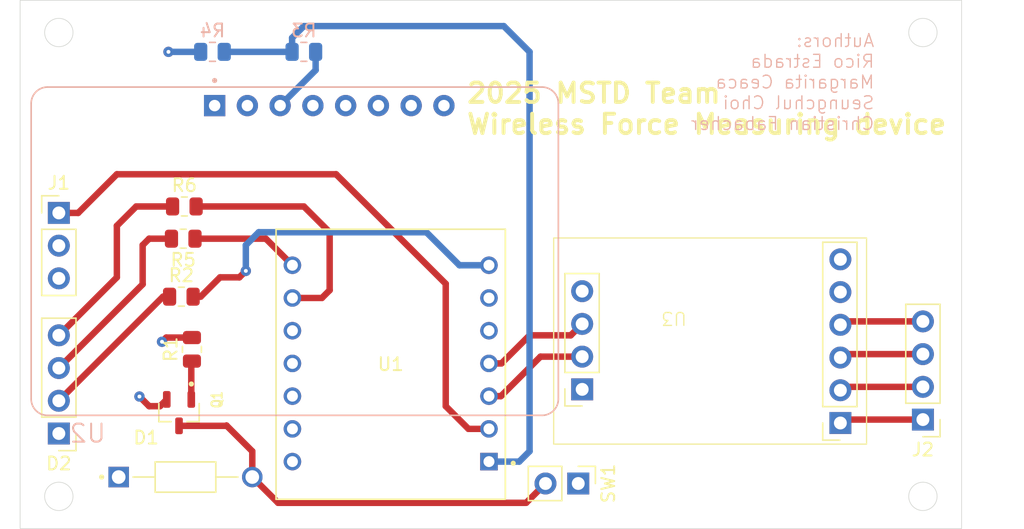
<source format=kicad_pcb>
(kicad_pcb (version 20241229) (generator "pcbnew") (generator_version "9.0")
  (layers (0 "F.Cu" signal) (4 "In1.Cu" signal) (6 "In2.Cu" signal) (2 "B.Cu" signal) (13 "F.Paste" user) (15 "B.Paste" user) (5 "F.SilkS" user "F.Silkscreen") (7 "B.SilkS" user "B.Silkscreen") (1 "F.Mask" user) (3 "B.Mask" user) (25 "Edge.Cuts" user))
  (net 0 "")
  (net 1 "/3.3V")
  (net 2 "Net-(SW1-B)")
  (net 3 "GND")
  (net 4 "/ENV")
  (net 7 "Net-(J2-Pin_2)")
  (net 8 "Net-(J2-Pin_3)")
  (net 9 "Net-(J2-Pin_1)")
  (net 11 "Net-(J2-Pin_4)")
  (net 13 "Net-(Q1-Pad1)")
  (net 14 "Net-(U1-D3)")
  (net 15 "/Vref")
  (net 16 "/5V")
  (net 17 "/LED_Blue")
  (net 18 "Net-(D2-BK)")
  (net 19 "Net-(U1-D2)")
  (net 20 "/LED_Red")
  (net 21 "/LED_Green")
  (net 22 "/Vin")
  (net 23 "Net-(U2-BAT)")
  (net 24 "Net-(D2-GK)")
  (net 25 "Net-(D2-RK)")
  (footprint "HX711:Untitled" (layer "F.Cu") (at 140.6 99.855 180)
    (property "Reference" "U3" (at -8.6 9.67 180) (layer "F.SilkS") (effects (font (thickness 0.1))))
    (property "Value" "~")
    (fp_line (start -0.14 13.15) (end -2.8 13.15) (stroke (width 0.12)) (layer "F.SilkS"))
    (fp_line (start -0.14 5.47) (end -0.14 13.15) (stroke (width 0.12)) (layer "F.SilkS"))
    (fp_line (start -0.14 5.47) (end -2.8 5.47) (stroke (width 0.12)) (layer "F.SilkS"))
    (fp_line (start -0.14 4.2) (end -0.14 2.87) (stroke (width 0.12)) (layer "F.SilkS"))
    (fp_line (start -0.14 2.87) (end -1.47 2.87) (stroke (width 0.12)) (layer "F.SilkS"))
    (fp_line (start -2.8 5.47) (end -2.8 13.15) (stroke (width 0.12)) (layer "F.SilkS"))
    (fp_line (start -20.13 15.58) (end -22.79 15.58) (stroke (width 0.12)) (layer "F.SilkS"))
    (fp_line (start -20.13 2.82) (end -20.13 15.58) (stroke (width 0.12)) (layer "F.SilkS"))
    (fp_line (start -20.13 2.82) (end -22.79 2.82) (stroke (width 0.12)) (layer "F.SilkS"))
    (fp_line (start -20.13 1.55) (end -20.13 0.22) (stroke (width 0.12)) (layer "F.SilkS"))
    (fp_line (start -20.13 0.22) (end -21.46 0.22) (stroke (width 0.12)) (layer "F.SilkS"))
    (fp_line (start -22.79 2.82) (end -22.79 15.58) (stroke (width 0.12)) (layer "F.SilkS"))
    (fp_rect (start 0.73 15.91) (end -23.53 -0.09) (stroke (width 0.1)) (fill no) (layer "F.SilkS"))
    (pad "1" thru_hole rect (at -21.5 1.55 180) (size 1.7 1.7) (drill 1) (layers "*.Cu" "*.Mask") (net 9 "Net-(J2-Pin_1)"))
    (pad "2" thru_hole oval (at -21.5 4.09 180) (size 1.7 1.7) (drill 1) (layers "*.Cu" "*.Mask") (net 7 "Net-(J2-Pin_2)"))
    (pad "3" thru_hole oval (at -21.5 6.63 180) (size 1.7 1.7) (drill 1) (layers "*.Cu" "*.Mask") (net 8 "Net-(J2-Pin_3)"))
    (pad "4" thru_hole oval (at -21.5 9.17 180) (size 1.7 1.7) (drill 1) (layers "*.Cu" "*.Mask") (net 11 "Net-(J2-Pin_4)"))
    (pad "5" thru_hole oval (at -21.5 11.71 180) (size 1.7 1.7) (drill 1) (layers "*.Cu" "*.Mask"))
    (pad "6" thru_hole oval (at -21.5 14.25 180) (size 1.7 1.7) (drill 1) (layers "*.Cu" "*.Mask"))
    (pad "7" thru_hole rect (at -1.48 4.16 180) (size 1.7 1.7) (drill 1) (layers "*.Cu" "*.Mask") (net 3 "GND"))
    (pad "8" thru_hole oval (at -1.48 6.7 180) (size 1.7 1.7) (drill 1) (layers "*.Cu" "*.Mask") (net 19 "Net-(U1-D2)"))
    (pad "9" thru_hole oval (at -1.48 9.24 180) (size 1.7 1.7) (drill 1) (layers "*.Cu" "*.Mask") (net 14 "Net-(U1-D3)"))
    (pad "10" thru_hole oval (at -1.48 11.78 180) (size 1.7 1.7) (drill 1) (layers "*.Cu" "*.Mask") (net 1 "/3.3V"))
  )
  (footprint "Connector_PinHeader_2.54mm:PinHeader_1x03_P2.54mm_Vertical" (layer "F.Cu") (at 101.5 82)
    (property "Reference" "J1" (at 0 -2.33 0) (layer "F.SilkS"))
    (property "Value" "EMG")
    (fp_line (start -1.33 -1.33) (end 0 -1.33) (stroke (width 0.12)) (layer "F.SilkS"))
    (fp_line (start -1.33 0) (end -1.33 -1.33) (stroke (width 0.12)) (layer "F.SilkS"))
    (fp_line (start -1.33 1.27) (end -1.33 6.41) (stroke (width 0.12)) (layer "F.SilkS"))
    (fp_line (start -1.33 1.27) (end 1.33 1.27) (stroke (width 0.12)) (layer "F.SilkS"))
    (fp_line (start -1.33 6.41) (end 1.33 6.41) (stroke (width 0.12)) (layer "F.SilkS"))
    (fp_line (start 1.33 1.27) (end 1.33 6.41) (stroke (width 0.12)) (layer "F.SilkS"))
    (pad "1" thru_hole rect (at 0 0) (size 1.7 1.7) (drill 1) (layers "*.Cu" "*.Mask") (net 4 "/ENV"))
    (pad "2" thru_hole oval (at 0 2.54) (size 1.7 1.7) (drill 1) (layers "*.Cu" "*.Mask") (net 3 "GND"))
    (pad "3" thru_hole oval (at 0 5.08) (size 1.7 1.7) (drill 1) (layers "*.Cu" "*.Mask") (net 1 "/3.3V"))
  )
  (footprint "Connector_PinHeader_2.54mm:PinHeader_1x02_P2.54mm_Vertical" (layer "F.Cu") (at 141.775 103 -90)
    (property "Reference" "SW1" (at 0 -2.33 90) (layer "F.SilkS"))
    (property "Value" "SW_SPST")
    (fp_line (start -1.33 3.87) (end 1.33 3.87) (stroke (width 0.12)) (layer "F.SilkS"))
    (fp_line (start -1.33 1.27) (end -1.33 3.87) (stroke (width 0.12)) (layer "F.SilkS"))
    (fp_line (start -1.33 1.27) (end 1.33 1.27) (stroke (width 0.12)) (layer "F.SilkS"))
    (fp_line (start 1.33 1.27) (end 1.33 3.87) (stroke (width 0.12)) (layer "F.SilkS"))
    (fp_line (start -1.33 0) (end -1.33 -1.33) (stroke (width 0.12)) (layer "F.SilkS"))
    (fp_line (start -1.33 -1.33) (end 0 -1.33) (stroke (width 0.12)) (layer "F.SilkS"))
    (pad "1" thru_hole rect (at 0 0 270) (size 1.7 1.7) (drill 1) (layers "*.Cu" "*.Mask") (net 22 "/Vin"))
    (pad "2" thru_hole oval (at 0 2.54 270) (size 1.7 1.7) (drill 1) (layers "*.Cu" "*.Mask") (net 2 "Net-(SW1-B)"))
  )
  (footprint "113991054:MODULE_113991054" (layer "F.Cu") (at 127.2325 93.745 180)
    (property "Reference" "U1" (at 0 0 0) (layer "F.SilkS"))
    (property "Value" "nRF52840")
    (fp_line (start 8.89 10.4775) (end -8.89 10.4775) (stroke (width 0.127)) (layer "F.SilkS"))
    (fp_line (start 8.89 -10.4775) (end 8.89 10.4775) (stroke (width 0.127)) (layer "F.SilkS"))
    (fp_line (start -8.89 10.4775) (end -8.89 -10.4775) (stroke (width 0.127)) (layer "F.SilkS"))
    (fp_line (start -8.89 -10.4775) (end 8.89 -10.4775) (stroke (width 0.127)) (layer "F.SilkS"))
    (fp_circle (center -9.5 -7.6835) (end -9.4 -7.6835) (stroke (width 0.2)) (fill no) (layer "F.SilkS"))
    (pad "1" thru_hole rect (at -7.62 -7.5565 180) (size 1.358 1.358) (drill 0.85) (layers "*.Cu" "*.Mask") (net 15 "/Vref"))
    (pad "2" thru_hole circle (at -7.62 -5.0165 180) (size 1.358 1.358) (drill 0.85) (layers "*.Cu" "*.Mask") (net 4 "/ENV"))
    (pad "3" thru_hole circle (at -7.62 -2.4765 180) (size 1.358 1.358) (drill 0.85) (layers "*.Cu" "*.Mask") (net 19 "Net-(U1-D2)"))
    (pad "4" thru_hole circle (at -7.62 0.0635 180) (size 1.358 1.358) (drill 0.85) (layers "*.Cu" "*.Mask") (net 14 "Net-(U1-D3)"))
    (pad "5" thru_hole circle (at -7.62 2.6035 180) (size 1.358 1.358) (drill 0.85) (layers "*.Cu" "*.Mask"))
    (pad "6" thru_hole circle (at -7.62 5.1435 180) (size 1.358 1.358) (drill 0.85) (layers "*.Cu" "*.Mask"))
    (pad "7" thru_hole circle (at -7.62 7.6835 180) (size 1.358 1.358) (drill 0.85) (layers "*.Cu" "*.Mask") (net 20 "/LED_Red"))
    (pad "8" thru_hole circle (at 7.62 7.6835 180) (size 1.358 1.358) (drill 0.85) (layers "*.Cu" "*.Mask") (net 21 "/LED_Green"))
    (pad "9" thru_hole circle (at 7.62 5.1435 180) (size 1.358 1.358) (drill 0.85) (layers "*.Cu" "*.Mask") (net 17 "/LED_Blue"))
    (pad "10" thru_hole circle (at 7.62 2.6035 180) (size 1.358 1.358) (drill 0.85) (layers "*.Cu" "*.Mask"))
    (pad "11" thru_hole circle (at 7.62 0.0635 180) (size 1.358 1.358) (drill 0.85) (layers "*.Cu" "*.Mask"))
    (pad "12" thru_hole circle (at 7.62 -2.4765 180) (size 1.358 1.358) (drill 0.85) (layers "*.Cu" "*.Mask") (net 1 "/3.3V"))
    (pad "13" thru_hole circle (at 7.62 -5.0165 180) (size 1.358 1.358) (drill 0.85) (layers "*.Cu" "*.Mask") (net 3 "GND"))
    (pad "14" thru_hole circle (at 7.62 -7.5565 180) (size 1.358 1.358) (drill 0.85) (layers "*.Cu" "*.Mask") (net 16 "/5V"))
  )
  (footprint "Connector_PinHeader_2.54mm:PinHeader_1x04_P2.54mm_Vertical" (layer "F.Cu") (at 101.5 99.12 180)
    (property "Reference" "D2" (at 0 -2.33 0) (layer "F.SilkS"))
    (property "Value" "LED_ARGB")
    (fp_line (start 1.33 1.27) (end 1.33 8.95) (stroke (width 0.12)) (layer "F.SilkS"))
    (fp_line (start -1.33 8.95) (end 1.33 8.95) (stroke (width 0.12)) (layer "F.SilkS"))
    (fp_line (start -1.33 1.27) (end 1.33 1.27) (stroke (width 0.12)) (layer "F.SilkS"))
    (fp_line (start -1.33 1.27) (end -1.33 8.95) (stroke (width 0.12)) (layer "F.SilkS"))
    (fp_line (start -1.33 0) (end -1.33 -1.33) (stroke (width 0.12)) (layer "F.SilkS"))
    (fp_line (start -1.33 -1.33) (end 0 -1.33) (stroke (width 0.12)) (layer "F.SilkS"))
    (pad "1" thru_hole rect (at 0 0 180) (size 1.7 1.7) (drill 1) (layers "*.Cu" "*.Mask") (net 16 "/5V"))
    (pad "2" thru_hole oval (at 0 2.54 180) (size 1.7 1.7) (drill 1) (layers "*.Cu" "*.Mask") (net 25 "Net-(D2-RK)"))
    (pad "3" thru_hole oval (at 0 5.08 180) (size 1.7 1.7) (drill 1) (layers "*.Cu" "*.Mask") (net 24 "Net-(D2-GK)"))
    (pad "4" thru_hole oval (at 0 7.62 180) (size 1.7 1.7) (drill 1) (layers "*.Cu" "*.Mask") (net 18 "Net-(D2-BK)"))
  )
  (footprint "Connector_PinHeader_2.54mm:PinHeader_1x04_P2.54mm_Vertical" (layer "F.Cu") (at 168.5 98.04 180)
    (property "Reference" "J2" (at 0 -2.33 0) (layer "F.SilkS"))
    (property "Value" "Load Cell Connector")
    (fp_line (start 1.33 1.27) (end 1.33 8.95) (stroke (width 0.12)) (layer "F.SilkS"))
    (fp_line (start -1.33 8.95) (end 1.33 8.95) (stroke (width 0.12)) (layer "F.SilkS"))
    (fp_line (start -1.33 1.27) (end 1.33 1.27) (stroke (width 0.12)) (layer "F.SilkS"))
    (fp_line (start -1.33 1.27) (end -1.33 8.95) (stroke (width 0.12)) (layer "F.SilkS"))
    (fp_line (start -1.33 0) (end -1.33 -1.33) (stroke (width 0.12)) (layer "F.SilkS"))
    (fp_line (start -1.33 -1.33) (end 0 -1.33) (stroke (width 0.12)) (layer "F.SilkS"))
    (pad "1" thru_hole rect (at 0 0 180) (size 1.7 1.7) (drill 1) (layers "*.Cu" "*.Mask") (net 9 "Net-(J2-Pin_1)"))
    (pad "2" thru_hole oval (at 0 2.54 180) (size 1.7 1.7) (drill 1) (layers "*.Cu" "*.Mask") (net 7 "Net-(J2-Pin_2)"))
    (pad "3" thru_hole oval (at 0 5.08 180) (size 1.7 1.7) (drill 1) (layers "*.Cu" "*.Mask") (net 8 "Net-(J2-Pin_3)"))
    (pad "4" thru_hole oval (at 0 7.62 180) (size 1.7 1.7) (drill 1) (layers "*.Cu" "*.Mask") (net 11 "Net-(J2-Pin_4)"))
  )
  (footprint "Resistor_SMD:R_0805_2012Metric" (layer "F.Cu") (at 111.145 84 180)
    (property "Reference" "R5" (at 0 -1.65 0) (layer "F.SilkS"))
    (property "Value" "330")
    (fp_line (start -0.227064 0.735) (end 0.227064 0.735) (stroke (width 0.12)) (layer "F.SilkS"))
    (fp_line (start -0.227064 -0.735) (end 0.227064 -0.735) (stroke (width 0.12)) (layer "F.SilkS"))
    (pad "1" smd roundrect (at -0.9125 0 180) (size 1.025 1.4) (layers "F.Cu" "F.Mask" "F.Paste") (roundrect_rratio 0.243902) (net 21 "/LED_Green"))
    (pad "2" smd roundrect (at 0.9125 0 180) (size 1.025 1.4) (layers "F.Cu" "F.Mask" "F.Paste") (roundrect_rratio 0.243902) (net 24 "Net-(D2-GK)"))
  )
  (footprint "Resistor_SMD:R_0805_2012Metric" (layer "F.Cu") (at 111 88.5)
    (property "Reference" "R2" (at 0 -1.65 0) (layer "F.SilkS"))
    (property "Value" "330")
    (fp_line (start -0.227064 -0.735) (end 0.227064 -0.735) (stroke (width 0.12)) (layer "F.SilkS"))
    (fp_line (start -0.227064 0.735) (end 0.227064 0.735) (stroke (width 0.12)) (layer "F.SilkS"))
    (pad "1" smd roundrect (at -0.9125 0) (size 1.025 1.4) (layers "F.Cu" "F.Mask" "F.Paste") (roundrect_rratio 0.243902) (net 25 "Net-(D2-RK)"))
    (pad "2" smd roundrect (at 0.9125 0) (size 1.025 1.4) (layers "F.Cu" "F.Mask" "F.Paste") (roundrect_rratio 0.243902) (net 20 "/LED_Red"))
  )
  (footprint "1N5819RLG:DIOAD1036W78L470D235" (layer "F.Cu") (at 111.32 102.5)
    (property "Reference" "D1" (at -3.05 -3.06 0) (layer "F.SilkS"))
    (property "Value" "1N5819RLG")
    (fp_line (start -2.35 -1.175) (end -2.35 0) (stroke (width 0.127)) (layer "F.SilkS"))
    (fp_line (start -2.35 0) (end -4.065 0) (stroke (width 0.127)) (layer "F.SilkS"))
    (fp_line (start -2.35 0) (end -2.35 1.175) (stroke (width 0.127)) (layer "F.SilkS"))
    (fp_line (start -2.35 1.175) (end 2.35 1.175) (stroke (width 0.127)) (layer "F.SilkS"))
    (fp_line (start 2.35 -1.175) (end -2.35 -1.175) (stroke (width 0.127)) (layer "F.SilkS"))
    (fp_line (start 2.35 0) (end 2.35 -1.175) (stroke (width 0.127)) (layer "F.SilkS"))
    (fp_line (start 2.35 0) (end 4.065 0) (stroke (width 0.127)) (layer "F.SilkS"))
    (fp_line (start 2.35 1.175) (end 2.35 0) (stroke (width 0.127)) (layer "F.SilkS"))
    (fp_circle (center -6.5 0) (end -6.4 0) (stroke (width 0.2)) (fill no) (layer "F.SilkS"))
    (pad "A" thru_hole circle (at 5.18 0) (size 1.59 1.59) (drill 1.06) (layers "*.Cu" "*.Mask") (net 2 "Net-(SW1-B)"))
    (pad "C" thru_hole rect (at -5.18 0) (size 1.59 1.59) (drill 1.06) (layers "*.Cu" "*.Mask") (net 16 "/5V"))
  )
  (footprint "IRLML6402TRPBF:SOT95P237X112-3N" (layer "F.Cu") (at 110.82 97.5 -90)
    (property "Reference" "Q1" (at -1 -2.9464 90) (layer "F.SilkS") (effects (font (size 0.8 0.64))))
    (property "Value" "IRLML6402TRPBF")
    (fp_line (start -0.7 1.565) (end 0.7 1.565) (stroke (width 0.127)) (layer "F.SilkS"))
    (fp_line (start 0.7 1.565) (end 0.7 0.615) (stroke (width 0.127)) (layer "F.SilkS"))
    (fp_line (start 0.7 -1.565) (end 0.7 -0.615) (stroke (width 0.127)) (layer "F.SilkS"))
    (fp_line (start 0.7 -1.565) (end -0.7 -1.565) (stroke (width 0.127)) (layer "F.SilkS"))
    (fp_circle (center -2.2225 -0.9525) (end -2.1225 -0.9525) (stroke (width 0.2)) (fill no) (layer "F.SilkS"))
    (pad "1" smd roundrect (at -1.025 -0.95 270) (size 1.3 0.59) (layers "F.Cu" "F.Mask" "F.Paste") (net 13 "Net-(Q1-Pad1)"))
    (pad "2" smd roundrect (at -1.025 0.95 270) (size 1.3 0.59) (layers "F.Cu" "F.Mask" "F.Paste") (net 16 "/5V"))
    (pad "3" smd roundrect (at 1.025 0 270) (size 1.3 0.59) (layers "F.Cu" "F.Mask" "F.Paste") (net 2 "Net-(SW1-B)"))
  )
  (footprint "Resistor_SMD:R_0805_2012Metric" (layer "F.Cu") (at 111.82 92.5875 90)
    (property "Reference" "R1" (at 0 -1.65 90) (layer "F.SilkS"))
    (property "Value" "10K")
    (fp_line (start -0.227064 -0.735) (end 0.227064 -0.735) (stroke (width 0.12)) (layer "F.SilkS"))
    (fp_line (start -0.227064 0.735) (end 0.227064 0.735) (stroke (width 0.12)) (layer "F.SilkS"))
    (pad "1" smd roundrect (at -0.9125 0 90) (size 1.025 1.4) (layers "F.Cu" "F.Mask" "F.Paste") (roundrect_rratio 0.243902) (net 13 "Net-(Q1-Pad1)"))
    (pad "2" smd roundrect (at 0.9125 0 90) (size 1.025 1.4) (layers "F.Cu" "F.Mask" "F.Paste") (roundrect_rratio 0.243902) (net 3 "GND"))
  )
  (footprint "Resistor_SMD:R_0805_2012Metric" (layer "F.Cu") (at 111.2325 81.5)
    (property "Reference" "R6" (at 0 -1.65 0) (layer "F.SilkS"))
    (property "Value" "330")
    (fp_line (start -0.227064 -0.735) (end 0.227064 -0.735) (stroke (width 0.12)) (layer "F.SilkS"))
    (fp_line (start -0.227064 0.735) (end 0.227064 0.735) (stroke (width 0.12)) (layer "F.SilkS"))
    (pad "1" smd roundrect (at -0.9125 0) (size 1.025 1.4) (layers "F.Cu" "F.Mask" "F.Paste") (roundrect_rratio 0.243902) (net 18 "Net-(D2-BK)"))
    (pad "2" smd roundrect (at 0.9125 0) (size 1.025 1.4) (layers "F.Cu" "F.Mask" "F.Paste") (roundrect_rratio 0.243902) (net 17 "/LED_Blue"))
  )
  (footprint "106990290:MODULE_106990290" (layer "B.Cu") (at 119.7945 84.973)
    (property "Reference" "U2" (at -16.055 14.139 0) (layer "B.SilkS") (effects (font (size 1.4 1.4)) (justify mirror)))
    (property "Value" "106990290")
    (fp_line (start -20.4385 11.47) (end -20.4385 -11.47) (stroke (width 0.127)) (layer "B.SilkS"))
    (fp_line (start -19.1685 -12.74) (end 19.1685 -12.74) (stroke (width 0.127)) (layer "B.SilkS"))
    (fp_line (start 19.1685 12.74) (end -19.1685 12.74) (stroke (width 0.127)) (layer "B.SilkS"))
    (fp_line (start 20.4385 -11.47) (end 20.4385 11.47) (stroke (width 0.127)) (layer "B.SilkS"))
    (fp_arc (start -20.4385 -11.47) (mid -20.066526 -12.368026) (end -19.1685 -12.74) (stroke (width 0.127)) (layer "B.SilkS"))
    (fp_arc (start -19.1685 12.74) (mid -20.066526 12.368026) (end -20.4385 11.47) (stroke (width 0.127)) (layer "B.SilkS"))
    (fp_arc (start 19.1685 -12.74) (mid 20.066526 -12.368026) (end 20.4385 -11.47) (stroke (width 0.127)) (layer "B.SilkS"))
    (fp_arc (start 20.4385 11.47) (mid 20.066526 12.368026) (end 19.1685 12.74) (stroke (width 0.127)) (layer "B.SilkS"))
    (fp_circle (center -6.2145 -13.25) (end -6.1145 -13.25) (stroke (width 0.2)) (fill no) (layer "B.SilkS"))
    (pad "1" thru_hole rect (at -6.2145 -11.303) (size 1.651 1.651) (drill 0.889) (layers "*.Cu" "*.Mask"))
    (pad "2" thru_hole circle (at -3.6745 -11.303) (size 1.651 1.651) (drill 0.889) (layers "*.Cu" "*.Mask") (net 3 "GND"))
    (pad "3" thru_hole circle (at -1.1345 -11.303) (size 1.651 1.651) (drill 0.889) (layers "*.Cu" "*.Mask") (net 23 "Net-(U2-BAT)"))
    (pad "4" thru_hole circle (at 1.4055 -11.303) (size 1.651 1.651) (drill 0.889) (layers "*.Cu" "*.Mask") (net 3 "GND"))
    (pad "5" thru_hole circle (at 3.9455 -11.303) (size 1.651 1.651) (drill 0.889) (layers "*.Cu" "*.Mask") (net 22 "/Vin"))
    (pad "6" thru_hole circle (at 6.4855 -11.303) (size 1.651 1.651) (drill 0.889) (layers "*.Cu" "*.Mask") (net 3 "GND"))
    (pad "7" thru_hole circle (at 9.0255 -11.303) (size 1.651 1.651) (drill 0.889) (layers "*.Cu" "*.Mask"))
    (pad "8" thru_hole circle (at 11.5655 -11.303) (size 1.651 1.651) (drill 0.889) (layers "*.Cu" "*.Mask"))
  )
  (footprint "Resistor_SMD:R_0805_2012Metric" (layer "B.Cu") (at 113.4125 69.5 180)
    (property "Reference" "R4" (at 0 1.65 0) (layer "B.SilkS") (effects (justify mirror)))
    (property "Value" "10K")
    (fp_line (start -0.227064 0.735) (end 0.227064 0.735) (stroke (width 0.12)) (layer "B.SilkS"))
    (fp_line (start -0.227064 -0.735) (end 0.227064 -0.735) (stroke (width 0.12)) (layer "B.SilkS"))
    (pad "1" smd roundrect (at -0.9125 0 180) (size 1.025 1.4) (layers "B.Cu" "B.Mask" "B.Paste") (roundrect_rratio 0.243902) (net 15 "/Vref"))
    (pad "2" smd roundrect (at 0.9125 0 180) (size 1.025 1.4) (layers "B.Cu" "B.Mask" "B.Paste") (roundrect_rratio 0.243902) (net 3 "GND"))
  )
  (footprint "Resistor_SMD:R_0805_2012Metric" (layer "B.Cu") (at 120.5 69.5 180)
    (property "Reference" "R3" (at 0 1.65 0) (layer "B.SilkS") (effects (justify mirror)))
    (property "Value" "10K")
    (fp_line (start -0.227064 0.735) (end 0.227064 0.735) (stroke (width 0.12)) (layer "B.SilkS"))
    (fp_line (start -0.227064 -0.735) (end 0.227064 -0.735) (stroke (width 0.12)) (layer "B.SilkS"))
    (pad "1" smd roundrect (at -0.9125 0 180) (size 1.025 1.4) (layers "B.Cu" "B.Mask" "B.Paste") (roundrect_rratio 0.243902) (net 23 "Net-(U2-BAT)"))
    (pad "2" smd roundrect (at 0.9125 0 180) (size 1.025 1.4) (layers "B.Cu" "B.Mask" "B.Paste") (roundrect_rratio 0.243902) (net 15 "/Vref"))
  )
  (gr_circle (center 168.5 104) (end 169.6 104) (stroke (width 0.05)) (fill no) (layer "Edge.Cuts"))
  (gr_circle (center 168.5 68) (end 169.6 68) (stroke (width 0.05)) (fill no) (layer "Edge.Cuts"))
  (gr_rect (start 98.5 65.5) (end 171.5 106.5) (stroke (width 0.05)) (fill no) (layer "Edge.Cuts"))
  (gr_circle (center 101.5 104) (end 102.6 104) (stroke (width 0.05)) (fill no) (layer "Edge.Cuts"))
  (gr_circle (center 101.5 68) (end 102.6 68) (stroke (width 0.05)) (fill no) (layer "Edge.Cuts"))
  (gr_text "2025 MSTD Team\nWireless Force Measuring device\n" (at 133 76 0) (layer "F.SilkS") (effects (font (size 1.5 1.5) (thickness 0.3) (bold yes)) (justify left bottom)))
  (gr_text "Authors:\nRico Estrada\nMargarita Ceaca\nSeungchul Choi\nChristian Fabacher" (at 164.8 75.65 0) (layer "B.SilkS") (effects (font (size 1 1) (thickness 0.1)) (justify left bottom mirror)))
  (segment (start 114.5 98.5) (end 116.5 100.5) (width 0.5) (layer "F.Cu") (net 2))
  (segment (start 114.475 98.525) (end 114.5 98.5) (width 0.5) (layer "F.Cu") (net 2))
  (segment (start 118.5 104.5) (end 137.735 104.5) (width 0.5) (layer "F.Cu") (net 2))
  (segment (start 137.735 104.5) (end 139.235 103) (width 0.5) (layer "F.Cu") (net 2))
  (segment (start 110.82 98.525) (end 114.475 98.525) (width 0.5) (layer "F.Cu") (net 2))
  (segment (start 116.5 100.5) (end 116.5 102.5) (width 0.5) (layer "F.Cu") (net 2))
  (segment (start 116.5 102.5) (end 118.5 104.5) (width 0.5) (layer "F.Cu") (net 2))
  (segment (start 111.82 91.675) (end 109.825 91.675) (width 0.5) (layer "F.Cu") (net 3))
  (segment (start 109.825 91.675) (end 109.5 92) (width 0.5) (layer "F.Cu") (net 3))
  (via (at 109.5 92) (size 0.8) (drill 0.3) (layers "F.Cu" "B.Cu") (net 3))
  (via (at 110 69.5) (size 0.8) (drill 0.3) (layers "F.Cu" "B.Cu") (net 3))
  (segment (start 112.5 69.5) (end 110 69.5) (width 0.5) (layer "B.Cu") (net 3))
  (segment (start 131.5 97) (end 133.2615 98.7615) (width 0.5) (layer "F.Cu") (net 4))
  (segment (start 101.5 82) (end 103 82) (width 0.5) (layer "F.Cu") (net 4))
  (segment (start 131.5 87.5) (end 131.5 97) (width 0.5) (layer "F.Cu") (net 4))
  (segment (start 106 79) (end 123 79) (width 0.5) (layer "F.Cu") (net 4))
  (segment (start 103 82) (end 106 79) (width 0.5) (layer "F.Cu") (net 4))
  (segment (start 133.2615 98.7615) (end 134.8525 98.7615) (width 0.5) (layer "F.Cu") (net 4))
  (segment (start 123 79) (end 131.5 87.5) (width 0.5) (layer "F.Cu") (net 4))
  (segment (start 162.365 95.5) (end 162.1 95.765) (width 0.5) (layer "F.Cu") (net 7))
  (segment (start 168.5 95.5) (end 162.365 95.5) (width 0.5) (layer "F.Cu") (net 7))
  (segment (start 162.365 92.96) (end 162.1 93.225) (width 0.5) (layer "F.Cu") (net 8))
  (segment (start 168.5 92.96) (end 162.365 92.96) (width 0.5) (layer "F.Cu") (net 8))
  (segment (start 168.5 98.04) (end 162.365 98.04) (width 0.5) (layer "F.Cu") (net 9))
  (segment (start 162.365 98.04) (end 162.1 98.305) (width 0.5) (layer "F.Cu") (net 9))
  (segment (start 162.365 90.42) (end 162.1 90.685) (width 0.5) (layer "F.Cu") (net 11))
  (segment (start 168.5 90.42) (end 162.365 90.42) (width 0.5) (layer "F.Cu") (net 11))
  (segment (start 111.77 93.55) (end 111.82 93.5) (width 0.5) (layer "F.Cu") (net 13))
  (segment (start 111.77 96.475) (end 111.77 93.55) (width 0.5) (layer "F.Cu") (net 13))
  (segment (start 138 91.5) (end 135.8185 93.6815) (width 0.5) (layer "F.Cu") (net 14))
  (segment (start 135.8185 93.6815) (end 134.8525 93.6815) (width 0.5) (layer "F.Cu") (net 14))
  (segment (start 141.195 91.5) (end 138 91.5) (width 0.5) (layer "F.Cu") (net 14))
  (segment (start 142.08 90.615) (end 141.195 91.5) (width 0.5) (layer "F.Cu") (net 14))
  (segment (start 138 69.5) (end 138 100.5) (width 0.5) (layer "B.Cu") (net 15))
  (segment (start 114.325 69.5) (end 119.5875 69.5) (width 0.5) (layer "B.Cu") (net 15))
  (segment (start 119.5875 68.4125) (end 120.5 67.5) (width 0.5) (layer "B.Cu") (net 15))
  (segment (start 120.5 67.5) (end 136 67.5) (width 0.5) (layer "B.Cu") (net 15))
  (segment (start 119.5875 69.5) (end 119.5875 68.4125) (width 0.5) (layer "B.Cu") (net 15))
  (segment (start 137.1985 101.3015) (end 134.8525 101.3015) (width 0.5) (layer "B.Cu") (net 15))
  (segment (start 138 100.5) (end 137.1985 101.3015) (width 0.5) (layer "B.Cu") (net 15))
  (segment (start 136 67.5) (end 138 69.5) (width 0.5) (layer "B.Cu") (net 15))
  (segment (start 109.345 97) (end 109.87 96.475) (width 0.5) (layer "F.Cu") (net 16))
  (segment (start 108.5 97) (end 109.345 97) (width 0.5) (layer "F.Cu") (net 16))
  (segment (start 107.75 96.25) (end 108.5 97) (width 0.5) (layer "F.Cu") (net 16))
  (via (at 107.75 96.25) (size 0.8) (drill 0.3) (layers "F.Cu" "B.Cu") (net 16))
  (segment (start 122.5 83.5) (end 122.5 88) (width 0.5) (layer "F.Cu") (net 17))
  (segment (start 120.5 81.5) (end 122.5 83.5) (width 0.5) (layer "F.Cu") (net 17))
  (segment (start 121.8985 88.6015) (end 119.6125 88.6015) (width 0.5) (layer "F.Cu") (net 17))
  (segment (start 122.5 88) (end 121.8985 88.6015) (width 0.5) (layer "F.Cu") (net 17))
  (segment (start 112.145 81.5) (end 120.5 81.5) (width 0.5) (layer "F.Cu") (net 17))
  (segment (start 106 83) (end 107.5 81.5) (width 0.5) (layer "F.Cu") (net 18))
  (segment (start 107.5 81.5) (end 110.32 81.5) (width 0.5) (layer "F.Cu") (net 18))
  (segment (start 106 87) (end 106 83) (width 0.5) (layer "F.Cu") (net 18))
  (segment (start 101.5 91.5) (end 106 87) (width 0.5) (layer "F.Cu") (net 18))
  (segment (start 138.845 93.155) (end 135.7785 96.2215) (width 0.5) (layer "F.Cu") (net 19))
  (segment (start 142.08 93.155) (end 138.845 93.155) (width 0.5) (layer "F.Cu") (net 19))
  (segment (start 135.7785 96.2215) (end 134.8525 96.2215) (width 0.5) (layer "F.Cu") (net 19))
  (segment (start 115.5 87) (end 114 87) (width 0.5) (layer "F.Cu") (net 20))
  (segment (start 112.5 88.5) (end 111.9125 88.5) (width 0.5) (layer "F.Cu") (net 20))
  (segment (start 114 87) (end 112.5 88.5) (width 0.5) (layer "F.Cu") (net 20))
  (segment (start 116 86.5) (end 115.5 87) (width 0.5) (layer "F.Cu") (net 20))
  (via (at 116 86.5) (size 0.8) (drill 0.3) (layers "F.Cu" "B.Cu") (net 20))
  (segment (start 132.5615 86.0615) (end 134.8525 86.0615) (width 0.5) (layer "B.Cu") (net 20))
  (segment (start 116 86.5) (end 116 84.5) (width 0.5) (layer "B.Cu") (net 20))
  (segment (start 130 83.5) (end 132.5615 86.0615) (width 0.5) (layer "B.Cu") (net 20))
  (segment (start 117 83.5) (end 130 83.5) (width 0.5) (layer "B.Cu") (net 20))
  (segment (start 116 84.5) (end 117 83.5) (width 0.5) (layer "B.Cu") (net 20))
  (segment (start 112.0575 84) (end 117.551 84) (width 0.5) (layer "F.Cu") (net 21))
  (segment (start 117.551 84) (end 119.6125 86.0615) (width 0.5) (layer "F.Cu") (net 21))
  (segment (start 118.3 73.67) (end 118.66 73.67) (width 0.5) (layer "B.Cu") (net 23))
  (segment (start 118.66 73.67) (end 121.4125 70.9175) (width 0.5) (layer "B.Cu") (net 23))
  (segment (start 121.4125 70.9175) (end 121.4125 69.5) (width 0.5) (layer "B.Cu") (net 23))
  (segment (start 110.2325 84) (end 108.5 84) (width 0.5) (layer "F.Cu") (net 24))
  (segment (start 108 84.5) (end 108 87.54) (width 0.5) (layer "F.Cu") (net 24))
  (segment (start 108.5 84) (end 108 84.5) (width 0.5) (layer "F.Cu") (net 24))
  (segment (start 108 87.54) (end 101.5 94.04) (width 0.5) (layer "F.Cu") (net 24))
  (segment (start 109.58 88.5) (end 110.0875 88.5) (width 0.5) (layer "F.Cu") (net 25))
  (segment (start 101.5 96.58) (end 109.58 88.5) (width 0.5) (layer "F.Cu") (net 25))
)
</source>
